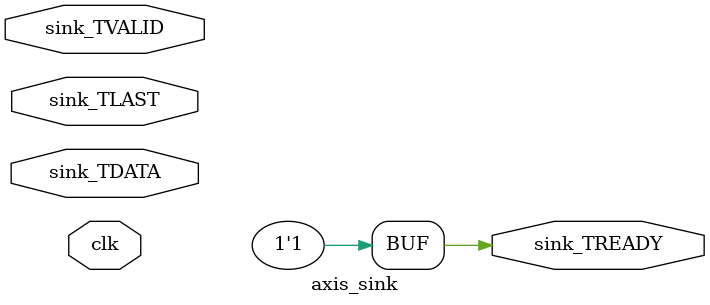
<source format=v>
`timescale 1ns / 1ps


module axis_sink(
	input wire clk, //Dummy clock input to make annoying warning go away

	input wire [31:0] sink_TDATA,
	input wire sink_TVALID,
	output wire sink_TREADY,
	input wire sink_TLAST
);

	assign sink_TREADY = 1;

endmodule


</source>
